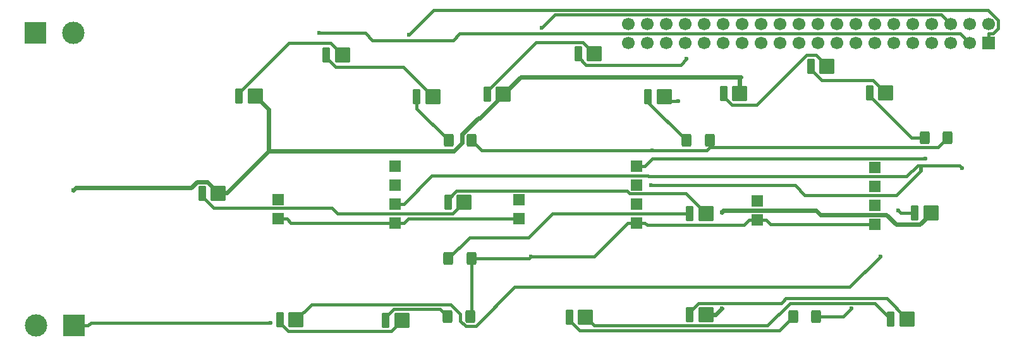
<source format=gbr>
%TF.GenerationSoftware,KiCad,Pcbnew,9.0.2*%
%TF.CreationDate,2025-06-30T20:10:24+02:00*%
%TF.ProjectId,fl-ctl,666c2d63-746c-42e6-9b69-6361645f7063,rev?*%
%TF.SameCoordinates,Original*%
%TF.FileFunction,Copper,L1,Top*%
%TF.FilePolarity,Positive*%
%FSLAX46Y46*%
G04 Gerber Fmt 4.6, Leading zero omitted, Abs format (unit mm)*
G04 Created by KiCad (PCBNEW 9.0.2) date 2025-06-30 20:10:24*
%MOMM*%
%LPD*%
G01*
G04 APERTURE LIST*
G04 Aperture macros list*
%AMRoundRect*
0 Rectangle with rounded corners*
0 $1 Rounding radius*
0 $2 $3 $4 $5 $6 $7 $8 $9 X,Y pos of 4 corners*
0 Add a 4 corners polygon primitive as box body*
4,1,4,$2,$3,$4,$5,$6,$7,$8,$9,$2,$3,0*
0 Add four circle primitives for the rounded corners*
1,1,$1+$1,$2,$3*
1,1,$1+$1,$4,$5*
1,1,$1+$1,$6,$7*
1,1,$1+$1,$8,$9*
0 Add four rect primitives between the rounded corners*
20,1,$1+$1,$2,$3,$4,$5,0*
20,1,$1+$1,$4,$5,$6,$7,0*
20,1,$1+$1,$6,$7,$8,$9,0*
20,1,$1+$1,$8,$9,$2,$3,0*%
G04 Aperture macros list end*
%TA.AperFunction,ComponentPad*%
%ADD10R,3.000000X3.000000*%
%TD*%
%TA.AperFunction,ComponentPad*%
%ADD11C,3.000000*%
%TD*%
%TA.AperFunction,ComponentPad*%
%ADD12R,1.700000X1.700000*%
%TD*%
%TA.AperFunction,ComponentPad*%
%ADD13C,1.700000*%
%TD*%
%TA.AperFunction,ComponentPad*%
%ADD14R,1.500000X1.500000*%
%TD*%
%TA.AperFunction,SMDPad,CuDef*%
%ADD15RoundRect,0.165000X-0.385000X-0.885000X0.385000X-0.885000X0.385000X0.885000X-0.385000X0.885000X0*%
%TD*%
%TA.AperFunction,SMDPad,CuDef*%
%ADD16RoundRect,0.315000X-0.735000X-0.735000X0.735000X-0.735000X0.735000X0.735000X-0.735000X0.735000X0*%
%TD*%
%TA.AperFunction,SMDPad,CuDef*%
%ADD17RoundRect,0.250000X-0.400000X-0.625000X0.400000X-0.625000X0.400000X0.625000X-0.400000X0.625000X0*%
%TD*%
%TA.AperFunction,ViaPad*%
%ADD18C,0.600000*%
%TD*%
%TA.AperFunction,Conductor*%
%ADD19C,0.400000*%
%TD*%
%TA.AperFunction,Conductor*%
%ADD20C,0.600000*%
%TD*%
G04 APERTURE END LIST*
D10*
%TO.P,J7,1,Pin_1*%
%TO.N,GND*%
X93450000Y-120200000D03*
D11*
%TO.P,J7,2,Pin_2*%
%TO.N,+12V*%
X88370000Y-120200000D03*
%TD*%
D12*
%TO.P,J2,1,Pin_1*%
%TO.N,Net-(J2-Pin_1)*%
X215980000Y-82340000D03*
D13*
%TO.P,J2,2,Pin_2*%
%TO.N,Net-(J2-Pin_2)*%
X215980000Y-79800000D03*
%TO.P,J2,3,Pin_3*%
%TO.N,Net-(J2-Pin_3)*%
X213440000Y-82340000D03*
%TO.P,J2,4,Pin_4*%
%TO.N,Net-(J2-Pin_4)*%
X213440000Y-79800000D03*
%TO.P,J2,5,Pin_5*%
%TO.N,Net-(J2-Pin_5)*%
X210900000Y-82340000D03*
%TO.P,J2,6,Pin_6*%
%TO.N,Net-(J2-Pin_6)*%
X210900000Y-79800000D03*
%TO.P,J2,7,Pin_7*%
%TO.N,Net-(J2-Pin_7)*%
X208360000Y-82340000D03*
%TO.P,J2,8,Pin_8*%
%TO.N,Net-(J2-Pin_8)*%
X208360000Y-79800000D03*
%TO.P,J2,9,Pin_9*%
%TO.N,Net-(J2-Pin_9)*%
X205820000Y-82340000D03*
%TO.P,J2,10,Pin_10*%
%TO.N,unconnected-(J2-Pin_10-Pad10)*%
X205820000Y-79800000D03*
%TO.P,J2,11,Pin_11*%
%TO.N,unconnected-(J2-Pin_11-Pad11)*%
X203280000Y-82340000D03*
%TO.P,J2,12,Pin_12*%
%TO.N,unconnected-(J2-Pin_12-Pad12)*%
X203280000Y-79800000D03*
%TO.P,J2,13,Pin_13*%
%TO.N,unconnected-(J2-Pin_13-Pad13)*%
X200740000Y-82340000D03*
%TO.P,J2,14,Pin_14*%
%TO.N,unconnected-(J2-Pin_14-Pad14)*%
X200740000Y-79800000D03*
%TO.P,J2,15,Pin_15*%
%TO.N,unconnected-(J2-Pin_15-Pad15)*%
X198200000Y-82340000D03*
%TO.P,J2,16,Pin_16*%
%TO.N,unconnected-(J2-Pin_16-Pad16)*%
X198200000Y-79800000D03*
%TO.P,J2,17,Pin_17*%
%TO.N,unconnected-(J2-Pin_17-Pad17)*%
X195660000Y-82340000D03*
%TO.P,J2,18,Pin_18*%
%TO.N,unconnected-(J2-Pin_18-Pad18)*%
X195660000Y-79800000D03*
%TO.P,J2,19,Pin_19*%
%TO.N,unconnected-(J2-Pin_19-Pad19)*%
X193120000Y-82340000D03*
%TO.P,J2,20,Pin_20*%
%TO.N,unconnected-(J2-Pin_20-Pad20)*%
X193120000Y-79800000D03*
%TO.P,J2,21,Pin_21*%
%TO.N,unconnected-(J2-Pin_21-Pad21)*%
X190580000Y-82340000D03*
%TO.P,J2,22,Pin_22*%
%TO.N,unconnected-(J2-Pin_22-Pad22)*%
X190580000Y-79800000D03*
%TO.P,J2,23,Pin_23*%
%TO.N,unconnected-(J2-Pin_23-Pad23)*%
X188040000Y-82340000D03*
%TO.P,J2,24,Pin_24*%
%TO.N,unconnected-(J2-Pin_24-Pad24)*%
X188040000Y-79800000D03*
%TO.P,J2,25,Pin_25*%
%TO.N,unconnected-(J2-Pin_25-Pad25)*%
X185500000Y-82340000D03*
%TO.P,J2,26,Pin_26*%
%TO.N,unconnected-(J2-Pin_26-Pad26)*%
X185500000Y-79800000D03*
%TO.P,J2,27,Pin_27*%
%TO.N,unconnected-(J2-Pin_27-Pad27)*%
X182960000Y-82340000D03*
%TO.P,J2,28,Pin_28*%
%TO.N,unconnected-(J2-Pin_28-Pad28)*%
X182960000Y-79800000D03*
%TO.P,J2,29,Pin_29*%
%TO.N,unconnected-(J2-Pin_29-Pad29)*%
X180420000Y-82340000D03*
%TO.P,J2,30,Pin_30*%
%TO.N,unconnected-(J2-Pin_30-Pad30)*%
X180420000Y-79800000D03*
%TO.P,J2,31,Pin_31*%
%TO.N,unconnected-(J2-Pin_31-Pad31)*%
X177880000Y-82340000D03*
%TO.P,J2,32,Pin_32*%
%TO.N,unconnected-(J2-Pin_32-Pad32)*%
X177880000Y-79800000D03*
%TO.P,J2,33,Pin_33*%
%TO.N,unconnected-(J2-Pin_33-Pad33)*%
X175340000Y-82340000D03*
%TO.P,J2,34,Pin_34*%
%TO.N,unconnected-(J2-Pin_34-Pad34)*%
X175340000Y-79800000D03*
%TO.P,J2,35,Pin_35*%
%TO.N,unconnected-(J2-Pin_35-Pad35)*%
X172800000Y-82340000D03*
%TO.P,J2,36,Pin_36*%
%TO.N,unconnected-(J2-Pin_36-Pad36)*%
X172800000Y-79800000D03*
%TO.P,J2,37,Pin_37*%
%TO.N,unconnected-(J2-Pin_37-Pad37)*%
X170260000Y-82340000D03*
%TO.P,J2,38,Pin_38*%
%TO.N,unconnected-(J2-Pin_38-Pad38)*%
X170260000Y-79800000D03*
%TO.P,J2,39,Pin_39*%
%TO.N,unconnected-(J2-Pin_39-Pad39)*%
X167720000Y-82340000D03*
%TO.P,J2,40,Pin_40*%
%TO.N,unconnected-(J2-Pin_40-Pad40)*%
X167720000Y-79800000D03*
%TD*%
D14*
%TO.P,KR2,1,+5V_TOP_LED*%
%TO.N,Net-(J2-Pin_4)*%
X168800000Y-98800000D03*
%TO.P,KR2,2,GND_TOP_LED*%
%TO.N,GND*%
X168800000Y-101340000D03*
%TO.P,KR2,3,+5V_BOTTOM_LED*%
%TO.N,Net-(J2-Pin_5)*%
X168800000Y-103880000D03*
%TO.P,KR2,4,GND_BOTTOM_LED*%
%TO.N,GND*%
X168800000Y-106420000D03*
%TO.P,KR2,5,SW_IN*%
%TO.N,Net-(J2-Pin_6)*%
X153100000Y-103300000D03*
%TO.P,KR2,6,SW_OUT*%
%TO.N,GND*%
X153100000Y-105840000D03*
%TD*%
D15*
%TO.P,D15,1,K*%
%TO.N,Net-(D15-K)*%
X135235000Y-119475000D03*
D16*
%TO.P,D15,2,A*%
%TO.N,Net-(D14-K)*%
X137385000Y-119475000D03*
%TD*%
D15*
%TO.P,D18,1,K*%
%TO.N,Net-(D18-K)*%
X159835000Y-119075000D03*
D16*
%TO.P,D18,2,A*%
%TO.N,Net-(D17-K)*%
X161985000Y-119075000D03*
%TD*%
D15*
%TO.P,D5,1,K*%
%TO.N,Net-(D5-K)*%
X161020000Y-83800000D03*
D16*
%TO.P,D5,2,A*%
%TO.N,Net-(D4-K)*%
X163170000Y-83800000D03*
%TD*%
D17*
%TO.P,R3,1*%
%TO.N,Net-(D9-K)*%
X207400000Y-95000000D03*
%TO.P,R3,2*%
%TO.N,GND*%
X210500000Y-95000000D03*
%TD*%
%TO.P,R6,1*%
%TO.N,Net-(D18-K)*%
X189800000Y-118950000D03*
%TO.P,R6,2*%
%TO.N,GND*%
X192900000Y-118950000D03*
%TD*%
D15*
%TO.P,D12,1,K*%
%TO.N,Net-(D12-K)*%
X175960000Y-105200000D03*
D16*
%TO.P,D12,2,A*%
%TO.N,Net-(D11-K)*%
X178110000Y-105200000D03*
%TD*%
D14*
%TO.P,KR1,1,+5V_TOP_LED*%
%TO.N,Net-(J2-Pin_1)*%
X136500000Y-98800000D03*
%TO.P,KR1,2,GND_TOP_LED*%
%TO.N,GND*%
X136500000Y-101340000D03*
%TO.P,KR1,3,+5V_BOTTOM_LED*%
%TO.N,Net-(J2-Pin_2)*%
X136500000Y-103880000D03*
%TO.P,KR1,4,GND_BOTTOM_LED*%
%TO.N,GND*%
X136500000Y-106420000D03*
%TO.P,KR1,5,SW_IN*%
%TO.N,Net-(J2-Pin_3)*%
X120800000Y-103300000D03*
%TO.P,KR1,6,SW_OUT*%
%TO.N,GND*%
X120800000Y-105840000D03*
%TD*%
D15*
%TO.P,D6,1,K*%
%TO.N,Net-(D6-K)*%
X170360000Y-89500000D03*
D16*
%TO.P,D6,2,A*%
%TO.N,Net-(D5-K)*%
X172510000Y-89500000D03*
%TD*%
D15*
%TO.P,D1,1,K*%
%TO.N,Net-(D1-K)*%
X115585000Y-89400000D03*
D16*
%TO.P,D1,2,A*%
%TO.N,+12V*%
X117735000Y-89400000D03*
%TD*%
D15*
%TO.P,D2,1,K*%
%TO.N,Net-(D2-K)*%
X127260000Y-83900000D03*
D16*
%TO.P,D2,2,A*%
%TO.N,Net-(D1-K)*%
X129410000Y-83900000D03*
%TD*%
D15*
%TO.P,D16,1,K*%
%TO.N,Net-(D16-K)*%
X175935000Y-118725000D03*
D16*
%TO.P,D16,2,A*%
%TO.N,+12V*%
X178085000Y-118725000D03*
%TD*%
D15*
%TO.P,D10,1,K*%
%TO.N,Net-(D10-K)*%
X110620000Y-102500000D03*
D16*
%TO.P,D10,2,A*%
%TO.N,+12V*%
X112770000Y-102500000D03*
%TD*%
D17*
%TO.P,R4,1*%
%TO.N,Net-(D12-K)*%
X143600000Y-111200000D03*
%TO.P,R4,2*%
%TO.N,GND*%
X146700000Y-111200000D03*
%TD*%
%TO.P,R2,1*%
%TO.N,Net-(D6-K)*%
X175500000Y-95400000D03*
%TO.P,R2,2*%
%TO.N,GND*%
X178600000Y-95400000D03*
%TD*%
D14*
%TO.P,KR3,1,+5V_TOP_LED*%
%TO.N,Net-(J2-Pin_7)*%
X200700000Y-99000000D03*
%TO.P,KR3,2,GND_TOP_LED*%
%TO.N,GND*%
X200700000Y-101540000D03*
%TO.P,KR3,3,+5V_BOTTOM_LED*%
%TO.N,Net-(J2-Pin_8)*%
X200700000Y-104080000D03*
%TO.P,KR3,4,GND_BOTTOM_LED*%
%TO.N,GND*%
X200700000Y-106620000D03*
%TO.P,KR3,5,SW_IN*%
%TO.N,Net-(J2-Pin_9)*%
X185000000Y-103500000D03*
%TO.P,KR3,6,SW_OUT*%
%TO.N,GND*%
X185000000Y-106040000D03*
%TD*%
D15*
%TO.P,D14,1,K*%
%TO.N,Net-(D14-K)*%
X121035000Y-119450000D03*
D16*
%TO.P,D14,2,A*%
%TO.N,Net-(D13-K)*%
X123185000Y-119450000D03*
%TD*%
D15*
%TO.P,D9,1,K*%
%TO.N,Net-(D9-K)*%
X200020000Y-89000000D03*
D16*
%TO.P,D9,2,A*%
%TO.N,Net-(D8-K)*%
X202170000Y-89000000D03*
%TD*%
D15*
%TO.P,D3,1,K*%
%TO.N,Net-(D3-K)*%
X139360000Y-89500000D03*
D16*
%TO.P,D3,2,A*%
%TO.N,Net-(D2-K)*%
X141510000Y-89500000D03*
%TD*%
D17*
%TO.P,R1,1*%
%TO.N,Net-(D3-K)*%
X143650000Y-95400000D03*
%TO.P,R1,2*%
%TO.N,GND*%
X146750000Y-95400000D03*
%TD*%
D15*
%TO.P,D17,1,K*%
%TO.N,Net-(D17-K)*%
X202885000Y-119300000D03*
D16*
%TO.P,D17,2,A*%
%TO.N,Net-(D16-K)*%
X205035000Y-119300000D03*
%TD*%
D15*
%TO.P,D8,1,K*%
%TO.N,Net-(D8-K)*%
X192185000Y-85450000D03*
D16*
%TO.P,D8,2,A*%
%TO.N,Net-(D7-K)*%
X194335000Y-85450000D03*
%TD*%
D15*
%TO.P,D4,1,K*%
%TO.N,Net-(D4-K)*%
X148820000Y-89200000D03*
D16*
%TO.P,D4,2,A*%
%TO.N,+12V*%
X150970000Y-89200000D03*
%TD*%
D17*
%TO.P,R5,1*%
%TO.N,Net-(D15-K)*%
X143475000Y-118950000D03*
%TO.P,R5,2*%
%TO.N,GND*%
X146575000Y-118950000D03*
%TD*%
D15*
%TO.P,D11,1,K*%
%TO.N,Net-(D11-K)*%
X143560000Y-103700000D03*
D16*
%TO.P,D11,2,A*%
%TO.N,Net-(D10-K)*%
X145710000Y-103700000D03*
%TD*%
D15*
%TO.P,D13,1,K*%
%TO.N,Net-(D13-K)*%
X206085000Y-105100000D03*
D16*
%TO.P,D13,2,A*%
%TO.N,+12V*%
X208235000Y-105100000D03*
%TD*%
D15*
%TO.P,D7,1,K*%
%TO.N,Net-(D7-K)*%
X180485000Y-89100000D03*
D16*
%TO.P,D7,2,A*%
%TO.N,+12V*%
X182635000Y-89100000D03*
%TD*%
D10*
%TO.P,J1,1,Pin_1*%
%TO.N,GND*%
X88320000Y-81000000D03*
D11*
%TO.P,J1,2,Pin_2*%
%TO.N,+12V*%
X93400000Y-81000000D03*
%TD*%
D18*
%TO.N,Net-(J2-Pin_5)*%
X206922900Y-99217200D03*
X170773200Y-101416500D03*
%TO.N,Net-(J2-Pin_4)*%
X207475500Y-97830300D03*
%TO.N,Net-(J2-Pin_6)*%
X156090800Y-80327900D03*
%TO.N,Net-(J2-Pin_1)*%
X138311000Y-81251300D03*
%TO.N,Net-(J2-Pin_3)*%
X126325300Y-80966000D03*
%TO.N,Net-(J2-Pin_2)*%
X212393500Y-99057500D03*
%TO.N,GND*%
X170969500Y-96716000D03*
X197577000Y-117876300D03*
X154701500Y-110943300D03*
X119767000Y-119831400D03*
%TO.N,Net-(D13-K)*%
X203852800Y-104773400D03*
X201461000Y-110928300D03*
%TO.N,Net-(D5-K)*%
X175522200Y-84446400D03*
X174441700Y-90154400D03*
%TO.N,+12V*%
X180207500Y-117906700D03*
X182760500Y-86875800D03*
X93400000Y-102025200D03*
X180207500Y-104992900D03*
%TD*%
D19*
%TO.N,Net-(J2-Pin_5)*%
X190052800Y-101416500D02*
X170773200Y-101416500D01*
X191331200Y-102694900D02*
X190052800Y-101416500D01*
X203628000Y-102694900D02*
X191331200Y-102694900D01*
X206922900Y-99400000D02*
X203628000Y-102694900D01*
X206922900Y-99217200D02*
X206922900Y-99400000D01*
%TO.N,Net-(J2-Pin_4)*%
X168800000Y-98800000D02*
X169951700Y-98800000D01*
X170921400Y-97830300D02*
X169951700Y-98800000D01*
X207475500Y-97830300D02*
X170921400Y-97830300D01*
%TO.N,Net-(J2-Pin_6)*%
X209592000Y-78492000D02*
X210900000Y-79800000D01*
X157926700Y-78492000D02*
X209592000Y-78492000D01*
X156090800Y-80327900D02*
X157926700Y-78492000D01*
%TO.N,Net-(J2-Pin_1)*%
X216527700Y-81088300D02*
X215980000Y-81088300D01*
X217231700Y-80384300D02*
X216527700Y-81088300D01*
X217231700Y-79260000D02*
X217231700Y-80384300D01*
X215859500Y-77887800D02*
X217231700Y-79260000D01*
X141674500Y-77887800D02*
X215859500Y-77887800D01*
X138311000Y-81251300D02*
X141674500Y-77887800D01*
X215980000Y-82340000D02*
X215980000Y-81088300D01*
%TO.N,Net-(J2-Pin_3)*%
X132460100Y-80966000D02*
X126325300Y-80966000D01*
X133448400Y-81954300D02*
X132460100Y-80966000D01*
X144252200Y-81954300D02*
X133448400Y-81954300D01*
X145118200Y-81088300D02*
X144252200Y-81954300D01*
X212188300Y-81088300D02*
X145118200Y-81088300D01*
X213440000Y-82340000D02*
X212188300Y-81088300D01*
%TO.N,Net-(J2-Pin_2)*%
X136500000Y-103880000D02*
X137651700Y-103880000D01*
X141415900Y-100115800D02*
X137651700Y-103880000D01*
X170318700Y-100115800D02*
X141415900Y-100115800D01*
X170400700Y-100197800D02*
X170318700Y-100115800D01*
X204986000Y-100197800D02*
X170400700Y-100197800D01*
X206468200Y-98715600D02*
X204986000Y-100197800D01*
X212051600Y-98715600D02*
X206468200Y-98715600D01*
X212393500Y-99057500D02*
X212051600Y-98715600D01*
%TO.N,GND*%
X148066000Y-96716000D02*
X170969500Y-96716000D01*
X146750000Y-95400000D02*
X148066000Y-96716000D01*
X196503300Y-118950000D02*
X197577000Y-117876300D01*
X192900000Y-118950000D02*
X196503300Y-118950000D01*
X138231700Y-105840000D02*
X137651700Y-106420000D01*
X153100000Y-105840000D02*
X138231700Y-105840000D01*
X137075900Y-106420000D02*
X137651700Y-106420000D01*
X137075900Y-106420000D02*
X136500000Y-106420000D01*
X122531700Y-106420000D02*
X121951700Y-105840000D01*
X136500000Y-106420000D02*
X122531700Y-106420000D01*
X120800000Y-105840000D02*
X121951700Y-105840000D01*
X200700000Y-106620000D02*
X199548300Y-106620000D01*
X185000000Y-106040000D02*
X183848300Y-106040000D01*
X183177600Y-106710700D02*
X183848300Y-106040000D01*
X170242400Y-106710700D02*
X183177600Y-106710700D01*
X169951700Y-106420000D02*
X170242400Y-106710700D01*
X168800000Y-106420000D02*
X169951700Y-106420000D01*
X146700000Y-118825000D02*
X146700000Y-111200000D01*
X146575000Y-118950000D02*
X146700000Y-118825000D01*
X168800000Y-106420000D02*
X167648300Y-106420000D01*
X178187800Y-96716000D02*
X178600000Y-96303800D01*
X170969500Y-96716000D02*
X178187800Y-96716000D01*
X209196200Y-96303800D02*
X178600000Y-96303800D01*
X210500000Y-95000000D02*
X209196200Y-96303800D01*
X178600000Y-96303800D02*
X178600000Y-95400000D01*
X186731700Y-106620000D02*
X199548300Y-106620000D01*
X186151700Y-106040000D02*
X186731700Y-106620000D01*
X185000000Y-106040000D02*
X186151700Y-106040000D01*
X163125000Y-110943300D02*
X167648300Y-106420000D01*
X154701500Y-110943300D02*
X163125000Y-110943300D01*
X154444800Y-111200000D02*
X154701500Y-110943300D01*
X146700000Y-111200000D02*
X154444800Y-111200000D01*
X95720300Y-119831400D02*
X95351700Y-120200000D01*
X119767000Y-119831400D02*
X95720300Y-119831400D01*
X93450000Y-120200000D02*
X95351700Y-120200000D01*
%TO.N,Net-(D18-K)*%
X187918200Y-120831800D02*
X189800000Y-118950000D01*
X161169700Y-120831800D02*
X187918200Y-120831800D01*
X159835000Y-119497100D02*
X161169700Y-120831800D01*
X159835000Y-119075000D02*
X159835000Y-119497100D01*
%TO.N,Net-(D17-K)*%
X163117700Y-120207700D02*
X161985000Y-119075000D01*
X186315900Y-120207700D02*
X163117700Y-120207700D01*
X189349000Y-117174600D02*
X186315900Y-120207700D01*
X200759600Y-117174600D02*
X189349000Y-117174600D01*
X202885000Y-119300000D02*
X200759600Y-117174600D01*
%TO.N,Net-(D16-K)*%
X188799700Y-116572900D02*
X188447100Y-116925500D01*
X202307900Y-116572900D02*
X188799700Y-116572900D01*
X205035000Y-119300000D02*
X202307900Y-116572900D01*
X188447100Y-116925500D02*
X188199500Y-117173100D01*
X188447100Y-116925500D02*
X188199500Y-117173100D01*
X175935000Y-118377800D02*
X175935000Y-118725000D01*
X177139700Y-117173100D02*
X175935000Y-118377800D01*
X188199500Y-117173100D02*
X177139700Y-117173100D01*
%TO.N,Net-(D9-K)*%
X205616400Y-95000000D02*
X207400000Y-95000000D01*
X200020000Y-89403600D02*
X205616400Y-95000000D01*
X200020000Y-89000000D02*
X200020000Y-89403600D01*
%TO.N,Net-(D8-K)*%
X192185000Y-85856600D02*
X192185000Y-85450000D01*
X193644500Y-87316100D02*
X192185000Y-85856600D01*
X200486100Y-87316100D02*
X193644500Y-87316100D01*
X202170000Y-89000000D02*
X200486100Y-87316100D01*
%TO.N,Net-(D7-K)*%
X180485000Y-89491400D02*
X180485000Y-89100000D01*
X181607500Y-90613900D02*
X180485000Y-89491400D01*
X184900800Y-90613900D02*
X181607500Y-90613900D01*
X191566000Y-83948700D02*
X184900800Y-90613900D01*
X192833700Y-83948700D02*
X191566000Y-83948700D01*
X194335000Y-85450000D02*
X192833700Y-83948700D01*
%TO.N,Net-(D15-K)*%
X142501700Y-117976700D02*
X143475000Y-118950000D01*
X136329700Y-117976700D02*
X142501700Y-117976700D01*
X135235000Y-119071400D02*
X136329700Y-117976700D01*
X135235000Y-119475000D02*
X135235000Y-119071400D01*
%TO.N,Net-(D14-K)*%
X121035000Y-119837000D02*
X121035000Y-119450000D01*
X122135000Y-120937000D02*
X121035000Y-119837000D01*
X135923000Y-120937000D02*
X122135000Y-120937000D01*
X137385000Y-119475000D02*
X135923000Y-120937000D01*
%TO.N,Net-(D13-K)*%
X204179400Y-105100000D02*
X203852800Y-104773400D01*
X206085000Y-105100000D02*
X204179400Y-105100000D01*
X125266500Y-117368500D02*
X123185000Y-119450000D01*
X143912600Y-117368500D02*
X125266500Y-117368500D01*
X145212300Y-118668200D02*
X143912600Y-117368500D01*
X145212300Y-119565200D02*
X145212300Y-118668200D01*
X145923200Y-120276100D02*
X145212300Y-119565200D01*
X147276100Y-120276100D02*
X145923200Y-120276100D01*
X152502300Y-115049900D02*
X147276100Y-120276100D01*
X197339400Y-115049900D02*
X152502300Y-115049900D01*
X201461000Y-110928300D02*
X197339400Y-115049900D01*
%TO.N,Net-(D12-K)*%
X146425800Y-108374200D02*
X143600000Y-111200000D01*
X154355500Y-108374200D02*
X146425800Y-108374200D01*
X157529700Y-105200000D02*
X154355500Y-108374200D01*
X175960000Y-105200000D02*
X157529700Y-105200000D01*
%TO.N,Net-(D11-K)*%
X143560000Y-103297000D02*
X143560000Y-103700000D01*
X144708700Y-102148300D02*
X143560000Y-103297000D01*
X167540200Y-102148300D02*
X144708700Y-102148300D01*
X167883600Y-102491700D02*
X167540200Y-102148300D01*
X175401700Y-102491700D02*
X167883600Y-102491700D01*
X178110000Y-105200000D02*
X175401700Y-102491700D01*
%TO.N,Net-(D10-K)*%
X144214700Y-105195300D02*
X145710000Y-103700000D01*
X128782600Y-105195300D02*
X144214700Y-105195300D01*
X128039000Y-104451700D02*
X128782600Y-105195300D01*
X112174300Y-104451700D02*
X128039000Y-104451700D01*
X110620000Y-102897400D02*
X112174300Y-104451700D01*
X110620000Y-102500000D02*
X110620000Y-102897400D01*
%TO.N,Net-(D6-K)*%
X170360000Y-90260000D02*
X170360000Y-89500000D01*
X175500000Y-95400000D02*
X170360000Y-90260000D01*
%TO.N,Net-(D5-K)*%
X174715700Y-85252900D02*
X175522200Y-84446400D01*
X162068900Y-85252900D02*
X174715700Y-85252900D01*
X161020000Y-84204000D02*
X162068900Y-85252900D01*
X161020000Y-83800000D02*
X161020000Y-84204000D01*
X173164400Y-90154400D02*
X172510000Y-89500000D01*
X174441700Y-90154400D02*
X173164400Y-90154400D01*
%TO.N,Net-(D4-K)*%
X161651400Y-82281400D02*
X163170000Y-83800000D01*
X155324700Y-82281400D02*
X161651400Y-82281400D01*
X148820000Y-88786100D02*
X155324700Y-82281400D01*
X148820000Y-89200000D02*
X148820000Y-88786100D01*
%TO.N,Net-(D3-K)*%
X139360000Y-91110000D02*
X139360000Y-89500000D01*
X143650000Y-95400000D02*
X139360000Y-91110000D01*
%TO.N,Net-(D2-K)*%
X127260000Y-84306600D02*
X127260000Y-83900000D01*
X128477100Y-85523700D02*
X127260000Y-84306600D01*
X137533700Y-85523700D02*
X128477100Y-85523700D01*
X141510000Y-89500000D02*
X137533700Y-85523700D01*
%TO.N,Net-(D1-K)*%
X115585000Y-88996900D02*
X115585000Y-89400000D01*
X122217400Y-82364500D02*
X115585000Y-88996900D01*
X127874500Y-82364500D02*
X122217400Y-82364500D01*
X129410000Y-83900000D02*
X127874500Y-82364500D01*
D20*
%TO.N,+12V*%
X179389200Y-118725000D02*
X180207500Y-117906700D01*
X178085000Y-118725000D02*
X179389200Y-118725000D01*
X182635000Y-87001300D02*
X182760500Y-86875800D01*
X182635000Y-89100000D02*
X182635000Y-87001300D01*
X180412100Y-104788300D02*
X180207500Y-104992900D01*
X192881000Y-104788300D02*
X180412100Y-104788300D01*
X193432500Y-105339800D02*
X192881000Y-104788300D01*
X202263500Y-105339800D02*
X193432500Y-105339800D01*
X203594000Y-106670300D02*
X202263500Y-105339800D01*
X206728500Y-106670300D02*
X203594000Y-106670300D01*
X208235000Y-105163800D02*
X206728500Y-106670300D01*
X208235000Y-105100000D02*
X208235000Y-105163800D01*
X153294200Y-86875800D02*
X182760500Y-86875800D01*
X150970000Y-89200000D02*
X153294200Y-86875800D01*
X93675600Y-101749600D02*
X93400000Y-102025200D01*
X109156700Y-101749600D02*
X93675600Y-101749600D01*
X109156700Y-101749500D02*
X109156700Y-101749600D01*
X109958500Y-100947700D02*
X109156700Y-101749500D01*
X111294600Y-100947700D02*
X109958500Y-100947700D01*
X112770000Y-102423100D02*
X111294600Y-100947700D01*
X112770000Y-102500000D02*
X112770000Y-102423100D01*
X113950800Y-102423100D02*
X112770000Y-102423100D01*
X119549800Y-96824100D02*
X113950800Y-102423100D01*
X119549800Y-91214800D02*
X119549800Y-96824100D01*
X117735000Y-89400000D02*
X119549800Y-91214800D01*
X144347400Y-96824100D02*
X119549800Y-96824100D01*
X145465400Y-95706100D02*
X144347400Y-96824100D01*
X145465400Y-94551800D02*
X145465400Y-95706100D01*
X147631000Y-92386200D02*
X145465400Y-94551800D01*
X147855200Y-92386200D02*
X147631000Y-92386200D01*
X150970000Y-89271400D02*
X147855200Y-92386200D01*
X150970000Y-89200000D02*
X150970000Y-89271400D01*
%TD*%
M02*

</source>
